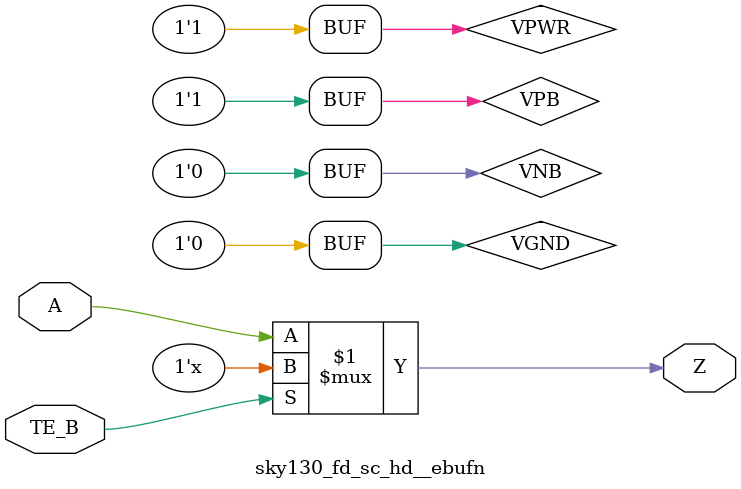
<source format=v>
/*
 * Copyright 2020 The SkyWater PDK Authors
 *
 * Licensed under the Apache License, Version 2.0 (the "License");
 * you may not use this file except in compliance with the License.
 * You may obtain a copy of the License at
 *
 *     https://www.apache.org/licenses/LICENSE-2.0
 *
 * Unless required by applicable law or agreed to in writing, software
 * distributed under the License is distributed on an "AS IS" BASIS,
 * WITHOUT WARRANTIES OR CONDITIONS OF ANY KIND, either express or implied.
 * See the License for the specific language governing permissions and
 * limitations under the License.
 *
 * SPDX-License-Identifier: Apache-2.0
*/


`ifndef SKY130_FD_SC_HD__EBUFN_TIMING_V
`define SKY130_FD_SC_HD__EBUFN_TIMING_V

/**
 * ebufn: Tri-state buffer, negative enable.
 *
 * Verilog simulation timing model.
 */

`timescale 1ns / 1ps
`default_nettype none

`celldefine
module sky130_fd_sc_hd__ebufn (
    Z   ,
    A   ,
    TE_B
);

    // Module ports
    output Z   ;
    input  A   ;
    input  TE_B;

    // Module supplies
    supply1 VPWR;
    supply0 VGND;
    supply1 VPB ;
    supply0 VNB ;

    //     Name     Output  Other arguments
    bufif0 bufif00 (Z     , A, TE_B        );

endmodule
`endcelldefine

`default_nettype wire
`endif  // SKY130_FD_SC_HD__EBUFN_TIMING_V

</source>
